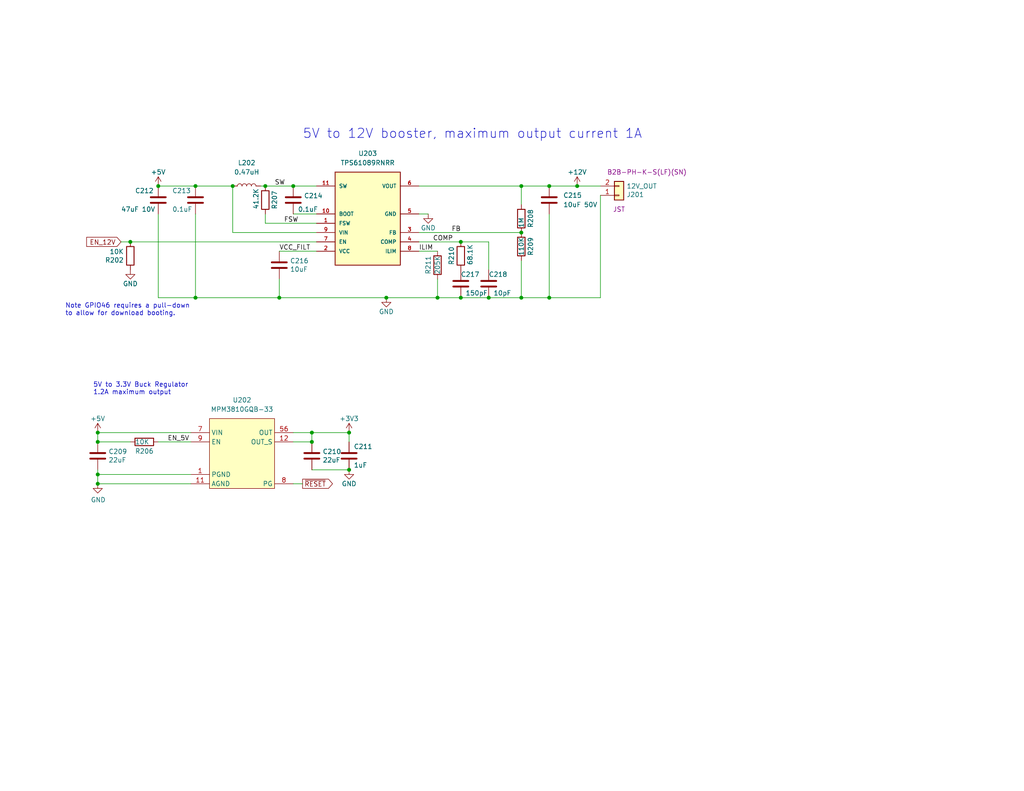
<source format=kicad_sch>
(kicad_sch (version 20211123) (generator eeschema)
  (paper "USLetter")
  (title_block (title "Wroom32 LED Controller") (date "2022-05-15") (rev "4.0.0") (company "Aaron Williams") (comment 1 "Copyright © 2020-2022 by Aaron Williams"))
  (lib_symbols
    (symbol "Aaron:TPS61089RNRR" (pin_names (offset 1.016))
      (property "Reference" "U" (at -8.89 13.97 0))
      (property "Value" "TPS61089RNRR" (at -7.62 11.43 0))
      (symbol "TPS61089RNRR_0_0"
        (rectangle (start -8.89 13.97) (end 8.89 -11.43) (stroke (width 0.254)) (fill (type background)))
        (pin input line (at -13.97 0 0) (length 5.08) (name "FSW") (number "1"))
        (pin output line (at -13.97 2.54 0) (length 5.08) (name "BOOT") (number "10"))
        (pin input line (at -13.97 10.16 0) (length 5.08) (name "SW") (number "11"))
        (pin output line (at -13.97 -7.62 0) (length 5.08) (name "VCC") (number "2"))
        (pin input line (at 13.97 -2.54 180) (length 5.08) (name "FB") (number "3"))
        (pin output line (at 13.97 -5.08 180) (length 5.08) (name "COMP") (number "4"))
        (pin power_in line (at 13.97 2.54 180) (length 5.08) (name "GND") (number "5"))
        (pin power_out line (at 13.97 10.16 180) (length 5.08) (name "VOUT") (number "6"))
        (pin input line (at -13.97 -5.08 0) (length 5.08) (name "EN") (number "7"))
        (pin output line (at 13.97 -7.62 180) (length 5.08) (name "ILIM") (number "8"))
        (pin power_in line (at -13.97 -2.54 0) (length 5.08) (name "VIN") (number "9"))
      )
    )
    (symbol "Connector_Generic:Conn_01x02" (pin_names (offset 1.016) hide)
      (property "Reference" "J" (at 0 2.54 0))
      (property "Value" "Conn_01x02" (at 0 -5.08 0))
      (symbol "Conn_01x02_1_1"
        (rectangle (start -1.27 -2.413) (end 0 -2.667) (stroke (width 0.1524)))
        (rectangle (start -1.27 0.127) (end 0 -0.127) (stroke (width 0.1524)))
        (rectangle (start -1.27 1.27) (end 1.27 -3.81) (stroke (width 0.254)) (fill (type background)))
        (pin passive line (at -5.08 0 0) (length 3.81) (name "Pin_1") (number "1"))
        (pin passive line (at -5.08 -2.54 0) (length 3.81) (name "Pin_2") (number "2"))
      )
    )
    (symbol "Device:C" (pin_numbers hide) (pin_names (offset 0.254))
      (property "Reference" "C" (at 0.635 2.54 0))
      (property "Value" "C" (at 0.635 -2.54 0))
      (symbol "C_0_1"
        (polyline (pts (xy -2.032 -0.762) (xy 2.032 -0.762)) (stroke (width 0.508)))
        (polyline (pts (xy -2.032 0.762) (xy 2.032 0.762)) (stroke (width 0.508)))
      )
      (symbol "C_1_1"
        (pin passive line (at 0 3.81 270) (length 2.794) (name "~") (number "1"))
        (pin passive line (at 0 -3.81 90) (length 2.794) (name "~") (number "2"))
      )
    )
    (symbol "Device:L" (pin_numbers hide) (pin_names (offset 1.016) hide)
      (property "Reference" "L" (at -1.27 0 90))
      (property "Value" "L" (at 1.905 0 90))
      (symbol "L_0_1"
        (arc (start 0 -2.54) (mid 0.635 -1.905) (end 0 -1.27))
        (arc (start 0 -1.27) (mid 0.635 -0.635) (end 0 0))
        (arc (start 0 0) (mid 0.635 0.635) (end 0 1.27))
        (arc (start 0 1.27) (mid 0.635 1.905) (end 0 2.54))
      )
      (symbol "L_1_1"
        (pin passive line (at 0 3.81 270) (length 1.27) (name "1") (number "1"))
        (pin passive line (at 0 -3.81 90) (length 1.27) (name "2") (number "2"))
      )
    )
    (symbol "Device:R" (pin_numbers hide) (pin_names (offset 0))
      (property "Reference" "R" (at 2.032 0 90))
      (property "Value" "R" (at 0 0 90))
      (symbol "R_0_1"
        (rectangle (start -1.016 -2.54) (end 1.016 2.54) (stroke (width 0.254)))
      )
      (symbol "R_1_1"
        (pin passive line (at 0 3.81 270) (length 1.27) (name "~") (number "1"))
        (pin passive line (at 0 -3.81 90) (length 1.27) (name "~") (number "2"))
      )
    )
    (symbol "Power_Management:MPM3810GQB-33"
      (property "Reference" "U" (at -5.08 10.16 0))
      (property "Value" "MPM3810GQB-33" (at 0 7.62 0))
      (symbol "MPM3810GQB-33_0_1"
        (rectangle (start -8.89 8.89) (end 8.89 -10.16) (fill (type background)))
      )
      (symbol "MPM3810GQB-33_1_1"
        (pin power_in line (at -13.97 -6.35 0) (length 5.08) (name "PGND") (number "1"))
        (pin no_connect line (at 13.97 -6.35 180) (length 5.08) hide (name "NC") (number "10"))
        (pin power_in line (at -13.97 -8.89 0) (length 5.08) (name "AGND") (number "11"))
        (pin input line (at 13.97 2.54 180) (length 5.08) (name "OUT_S") (number "12"))
        (pin passive line (at -13.97 -6.35 0) (length 5.08) hide (name "PGND") (number "2"))
        (pin no_connect line (at -13.97 0 0) (length 5.08) hide (name "NC") (number "34"))
        (pin power_out line (at 13.97 5.08 180) (length 5.08) (name "OUT") (number "56"))
        (pin power_in line (at -13.97 5.08 0) (length 5.08) (name "VIN") (number "7"))
        (pin open_collector line (at 13.97 -8.89 180) (length 5.08) (name "PG") (number "8"))
        (pin input line (at -13.97 2.54 0) (length 5.08) (name "EN") (number "9"))
      )
    )
    (symbol "power:+12V" (power) (pin_names (offset 0))
      (property "Value" "+12V" (at 0 3.556 0))
      (symbol "+12V_0_1"
        (polyline (pts (xy -0.762 1.27) (xy 0 2.54)))
        (polyline (pts (xy 0 0) (xy 0 2.54)))
        (polyline (pts (xy 0 2.54) (xy 0.762 1.27)))
      )
      (symbol "+12V_1_1"
        (pin power_in line (at 0 0 90) (length 0) hide (name "+12V") (number "1"))
      )
    )
    (symbol "power:+3.3V" (power) (pin_names (offset 0))
      (property "Value" "+3.3V" (at 0 3.556 0))
      (symbol "+3.3V_0_1"
        (polyline (pts (xy -0.762 1.27) (xy 0 2.54)))
        (polyline (pts (xy 0 0) (xy 0 2.54)))
        (polyline (pts (xy 0 2.54) (xy 0.762 1.27)))
      )
      (symbol "+3.3V_1_1"
        (pin power_in line (at 0 0 90) (length 0) hide (name "+3V3") (number "1"))
      )
    )
    (symbol "power:+5V" (power) (pin_names (offset 0))
      (property "Value" "+5V" (at 0 3.556 0))
      (symbol "+5V_0_1"
        (polyline (pts (xy -0.762 1.27) (xy 0 2.54)))
        (polyline (pts (xy 0 0) (xy 0 2.54)))
        (polyline (pts (xy 0 2.54) (xy 0.762 1.27)))
      )
      (symbol "+5V_1_1"
        (pin power_in line (at 0 0 90) (length 0) hide (name "+5V") (number "1"))
      )
    )
    (symbol "power:GND" (power) (pin_names (offset 0))
      (property "Value" "GND" (at 0 -3.81 0))
      (symbol "GND_0_1"
        (polyline (pts (xy 0 0) (xy 0 -1.27) (xy 1.27 -1.27) (xy 0 -2.54) (xy -1.27 -1.27) (xy 0 -1.27)))
      )
      (symbol "GND_1_1"
        (pin power_in line (at 0 0 270) (length 0) hide (name "GND") (number "1"))
      )
    )
  )
  (junction (at 149.86 50.8))
  (junction (at 26.67 120.65))
  (junction (at 133.35 81.28))
  (junction (at 125.73 66.04))
  (junction (at 63.5 50.8))
  (junction (at 85.09 118.11))
  (junction (at 76.2 81.28))
  (junction (at 85.09 120.65))
  (junction (at 53.34 50.8))
  (junction (at 72.39 50.8))
  (junction (at 95.25 128.27))
  (junction (at 142.24 63.5))
  (junction (at 149.86 81.28))
  (junction (at 43.18 50.8))
  (junction (at 53.34 81.28))
  (junction (at 26.67 129.54))
  (junction (at 35.56 66.04))
  (junction (at 26.67 132.08))
  (junction (at 80.01 50.8))
  (junction (at 142.24 50.8))
  (junction (at 125.73 81.28))
  (junction (at 95.25 118.11))
  (junction (at 119.38 81.28))
  (junction (at 26.67 118.11))
  (junction (at 142.24 81.28))
  (junction (at 157.48 50.8))
  (junction (at 105.41 81.28))
  (wire (pts (xy 114.3 66.04) (xy 125.73 66.04)))
  (wire (pts (xy 142.24 50.8) (xy 149.86 50.8)))
  (wire (pts (xy 63.5 63.5) (xy 86.36 63.5)))
  (wire (pts (xy 85.09 118.11) (xy 95.25 118.11)))
  (wire (pts (xy 26.67 118.11) (xy 52.07 118.11)))
  (wire (pts (xy 26.67 132.08) (xy 52.07 132.08)))
  (wire (pts (xy 133.35 81.28) (xy 125.73 81.28)))
  (wire (pts (xy 86.36 60.96) (xy 72.39 60.96)))
  (wire (pts (xy 149.86 81.28) (xy 149.86 58.42)))
  (wire (pts (xy 125.73 66.04) (xy 133.35 66.04)))
  (wire (pts (xy 80.01 132.08) (xy 82.55 132.08)))
  (wire (pts (xy 80.01 118.11) (xy 85.09 118.11)))
  (wire (pts (xy 26.67 129.54) (xy 52.07 129.54)))
  (wire (pts (xy 76.2 81.28) (xy 105.41 81.28)))
  (wire (pts (xy 72.39 60.96) (xy 72.39 58.42)))
  (wire (pts (xy 72.39 50.8) (xy 80.01 50.8)))
  (wire (pts (xy 133.35 66.04) (xy 133.35 73.66)))
  (wire (pts (xy 114.3 63.5) (xy 142.24 63.5)))
  (wire (pts (xy 105.41 81.28) (xy 119.38 81.28)))
  (wire (pts (xy 53.34 50.8) (xy 63.5 50.8)))
  (wire (pts (xy 26.67 129.54) (xy 26.67 128.27)))
  (wire (pts (xy 163.83 81.28) (xy 149.86 81.28)))
  (wire (pts (xy 114.3 58.42) (xy 116.84 58.42)))
  (wire (pts (xy 149.86 50.8) (xy 157.48 50.8)))
  (wire (pts (xy 142.24 81.28) (xy 133.35 81.28)))
  (wire (pts (xy 63.5 50.8) (xy 63.5 63.5)))
  (wire (pts (xy 119.38 76.2) (xy 119.38 81.28)))
  (wire (pts (xy 43.18 120.65) (xy 52.07 120.65)))
  (wire (pts (xy 114.3 50.8) (xy 142.24 50.8)))
  (wire (pts (xy 43.18 58.42) (xy 43.18 81.28)))
  (wire (pts (xy 43.18 50.8) (xy 53.34 50.8)))
  (wire (pts (xy 80.01 50.8) (xy 86.36 50.8)))
  (wire (pts (xy 53.34 81.28) (xy 76.2 81.28)))
  (wire (pts (xy 119.38 81.28) (xy 125.73 81.28)))
  (wire (pts (xy 80.01 58.42) (xy 86.36 58.42)))
  (wire (pts (xy 76.2 76.2) (xy 76.2 81.28)))
  (wire (pts (xy 71.12 50.8) (xy 72.39 50.8)))
  (wire (pts (xy 157.48 50.8) (xy 163.83 50.8)))
  (wire (pts (xy 43.18 81.28) (xy 53.34 81.28)))
  (wire (pts (xy 95.25 118.11) (xy 95.25 120.65)))
  (wire (pts (xy 142.24 50.8) (xy 142.24 55.88)))
  (wire (pts (xy 26.67 132.08) (xy 26.67 129.54)))
  (wire (pts (xy 33.02 66.04) (xy 35.56 66.04)))
  (wire (pts (xy 80.01 120.65) (xy 85.09 120.65)))
  (wire (pts (xy 86.36 68.58) (xy 76.2 68.58)))
  (wire (pts (xy 53.34 58.42) (xy 53.34 81.28)))
  (wire (pts (xy 114.3 68.58) (xy 119.38 68.58)))
  (wire (pts (xy 95.25 128.27) (xy 85.09 128.27)))
  (wire (pts (xy 163.83 53.34) (xy 163.83 81.28)))
  (wire (pts (xy 85.09 118.11) (xy 85.09 120.65)))
  (wire (pts (xy 35.56 120.65) (xy 26.67 120.65)))
  (wire (pts (xy 35.56 66.04) (xy 86.36 66.04)))
  (wire (pts (xy 26.67 118.11) (xy 26.67 120.65)))
  (wire (pts (xy 142.24 81.28) (xy 149.86 81.28)))
  (wire (pts (xy 142.24 71.12) (xy 142.24 81.28)))
  (text "Note GPIO46 requires a pull-down\nto allow for download booting." (at 17.78 86.36 0) (effects (font (size 1.27 1.27)) (justify left bottom)))
  (text "5V to 3.3V Buck Regulator\n1.2A maximum output" (at 25.4 107.95 0) (effects (font (size 1.27 1.27)) (justify left bottom)))
  (text "5V to 12V booster, maximum output current 1A" (at 82.55 38.1 0) (effects (font (size 2.54 2.54)) (justify left bottom)))
  (label "FSW" (at 77.47 60.96 0))
  (label "EN_5V" (at 45.72 120.65 0))
  (label "SW" (at 74.93 50.8 0))
  (label "VCC_FILT" (at 76.2 68.58 0))
  (label "ILIM" (at 114.3 68.58 0))
  (label "COMP" (at 118.11 66.04 0))
  (label "FB" (at 123.19 63.5 0))
  (global_label "EN_12V" (shape input) (at 33.02 66.04 180) (property "Intersheet References" "${INTERSHEET_REFS}" (effects hide)))
  (global_label "~{RESET}" (shape output) (at 82.55 132.08 0) (property "Intersheet References" "${INTERSHEET_REFS}" (effects hide)))
  (symbol (lib_id "Connector_Generic:Conn_01x02") (at 168.91 53.34 0) (mirror x) (unit 1)
    (property "Reference" "J201" (at 170.942 53.1368 0) (effects (justify left)))
    (property "Value" "12V_OUT" (at 170.942 50.8254 0) (effects (justify left)))
    (property "Footprint" "Connector_JST:JST_PH_B2B-PH-K_1x02_P2.00mm_Vertical" (effects hide))
    (property "MFR" "JST" (at 168.91 57.15 0))
    (property "MPN" "B2B-PH-K-S(LF)(SN)" (at 176.53 46.99 0))
    (property "SPN" "455-1704-ND" (effects hide))
    (property "SPR" "Digikey" (effects hide))
    (property "SPURL" "https://www.digikey.com/product-detail/en/jst-sales-america-inc/B2B-PH-K-S-LF-SN/455-1704-ND/926611" (effects hide))
    (property "DESC" "CONN HEADER VERT 2POS 2MM" (effects hide))
  )
  (symbol (lib_id "Device:R") (at 125.73 69.85 0) (unit 1)
    (property "Reference" "R210" (at 123.19 72.39 90) (effects (justify left)))
    (property "Value" "68.1K" (at 128.27 72.39 90) (effects (justify left)))
    (property "Footprint" "Resistor_SMD:R_0402_1005Metric" (effects hide))
    (property "SPR" "Digikey" (effects hide))
    (property "SPN" "541-2979-1-ND" (effects hide))
    (property "SPURL" "https://www.digikey.com/products/en?keywords=541-2979-1-ND" (effects hide))
  )
  (symbol (lib_id "Device:C") (at 76.2 72.39 0) (unit 1)
    (property "Reference" "C216" (at 79.121 71.2216 0) (effects (justify left)))
    (property "Value" "10uF" (at 79.121 73.533 0) (effects (justify left)))
    (property "Footprint" "Capacitor_SMD:C_0402_1005Metric" (effects hide))
    (property "DESC" "10 µF ±20% 10V Ceramic Capacitor X5R 0402 (1005 Metric)" (effects hide))
    (property "DK_Datasheet_Link" "https://media.digikey.com/pdf/Data%20Sheets/Samsung%20PDFs/CL05A106MP5NUNC_Spec.pdf" (effects hide))
    (property "DK_Detail_Page" "https://www.digikey.com/en/products/detail/samsung-electro-mechanics/CL05A106MP5NUNC/3887108" (effects hide))
    (property "Digi-Key_PN" "1276-1450-1-ND" (effects hide))
    (property "MANUFACTURER" "Samsung Electro-Mechanics" (effects hide))
    (property "MFR" "Samsung Electro-Mechanics" (effects hide))
    (property "Manufacturer" "Samsung Electro-Mechanics" (effects hide))
  )
  (symbol (lib_id "Device:L") (at 67.31 50.8 90) (unit 1)
    (property "Reference" "L202" (at 67.31 44.45 90))
    (property "Value" "0.47uH" (at 67.31 46.99 90))
    (property "Footprint" "Inductor_SMD:L_Bourns_SRP3212" (effects hide))
  )
  (symbol (lib_id "Device:C") (at 85.09 124.46 0) (unit 1)
    (property "Reference" "C210" (at 88.011 123.2916 0) (effects (justify left)))
    (property "Value" "22uF" (at 88.011 125.603 0) (effects (justify left)))
    (property "Footprint" "Capacitor_SMD:C_0603_1608Metric" (effects hide))
    (property "MFR" "Samsung Electro-Mechanics" (effects hide))
    (property "MPN" "CL10A226MO7JZNC" (effects hide))
    (property "SPR" "Digikey" (effects hide))
    (property "SPN" "1276-7076-1-ND" (effects hide))
    (property "SPURL" "https://www.digikey.com/products/en/capacitors/ceramic-capacitors/60?k=&pkeyword=&sv=0&pv2049=u22%C2%B5F&sf=1&FV=7%7C2%2C14%7C108742%2C17%7C422407%2C17%7C422415%2C1989%7C0%2C-8%7C60%2C16%7C39246%2C69%7C409416&quantity=&ColumnSort=0&page=1&stock=1&nstock=1&pageSize=500" (effects hide))
    (property "DESC" "CAP CER 22UF 16V X5R 0603" (effects hide))
  )
  (symbol (lib_id "Aaron:TPS61089RNRR") (at 100.33 60.96 0) (unit 1)
    (property "Reference" "U203" (at 100.33 41.91 0))
    (property "Value" "TPS61089RNRR" (at 100.33 44.45 0))
    (property "Footprint" "Package_DFN_QFN:Texas_S_VQFN-11_2.0x2.5mm_P0.5mm_Thermal" (effects hide))
    (property "Datasheet" "https://www.ti.com/lit/ds/symlink/tps61089.pdf" (effects hide))
    (property "PARTREV" "B" (effects hide))
    (property "MANUFACTURER" "Texas Instruments" (effects hide))
    (property "MAXIMUM_PACKAGE_HEIGHT" "1 mm" (effects hide))
    (property "STANDARD" "Manufacturer Recommendations" (effects hide))
  )
  (symbol (lib_id "power:GND") (at 105.41 81.28 0) (unit 1)
    (property "Reference" "#PWR0154" (effects hide))
    (property "Value" "GND" (at 105.41 85.09 0))
  )
  (symbol (lib_id "power:+5V") (at 26.67 118.11 0) (unit 1)
    (property "Reference" "#PWR0206" (effects hide))
    (property "Value" "+5V" (at 26.67 114.3 0))
  )
  (symbol (lib_id "power:+5V") (at 43.18 50.8 0) (unit 1)
    (property "Reference" "#PWR0152" (effects hide))
    (property "Value" "+5V" (at 43.18 46.99 0))
  )
  (symbol (lib_id "Device:C") (at 149.86 54.61 0) (unit 1)
    (property "Reference" "C215" (at 153.67 53.3399 0) (effects (justify left)))
    (property "Value" "10uF 50V" (at 153.67 55.8799 0) (effects (justify left)))
    (property "Footprint" "Capacitor_SMD:C_0805_2012Metric" (effects hide))
  )
  (symbol (lib_id "Device:C") (at 26.67 124.46 0) (unit 1)
    (property "Reference" "C209" (at 29.591 123.2916 0) (effects (justify left)))
    (property "Value" "22uF" (at 29.591 125.603 0) (effects (justify left)))
    (property "Footprint" "Capacitor_SMD:C_0603_1608Metric" (effects hide))
    (property "MFR" "Samsung Electro-Mechanics" (effects hide))
    (property "MPN" "CL10A226MO7JZNC" (effects hide))
    (property "SPR" "Digikey" (effects hide))
    (property "SPN" "1276-7076-1-ND" (effects hide))
    (property "SPURL" "https://www.digikey.com/products/en/capacitors/ceramic-capacitors/60?k=&pkeyword=&sv=0&pv2049=u22%C2%B5F&sf=1&FV=7%7C2%2C14%7C108742%2C17%7C422407%2C17%7C422415%2C1989%7C0%2C-8%7C60%2C16%7C39246%2C69%7C409416&quantity=&ColumnSort=0&page=1&stock=1&nstock=1&pageSize=500" (effects hide))
    (property "DESC" "CAP CER 22UF 16V X5R 0603" (effects hide))
  )
  (symbol (lib_id "Device:C") (at 53.34 54.61 0) (unit 1)
    (property "Reference" "C213" (at 46.99 52.07 0) (effects (justify left)))
    (property "Value" "0.1uF" (at 46.99 57.15 0) (effects (justify left)))
    (property "Footprint" "Capacitor_SMD:C_0402_1005Metric" (effects hide))
    (property "SPR" "Digikey" (effects hide))
  )
  (symbol (lib_id "power:GND") (at 26.67 132.08 0) (unit 1)
    (property "Reference" "#PWR0209" (effects hide))
    (property "Value" "GND" (at 26.797 136.4742 0))
  )
  (symbol (lib_id "Device:C") (at 125.73 77.47 0) (unit 1)
    (property "Reference" "C217" (at 125.73 74.93 0) (effects (justify left)))
    (property "Value" "150pF" (at 127 80.01 0) (effects (justify left)))
    (property "Footprint" "Capacitor_SMD:C_0402_1005Metric" (effects hide))
    (property "SPR" "Digikey" (effects hide))
  )
  (symbol (lib_id "Device:C") (at 95.25 124.46 0) (unit 1)
    (property "Reference" "C211" (at 96.52 121.92 0) (effects (justify left)))
    (property "Value" "1uF" (at 96.52 127 0) (effects (justify left)))
    (property "Footprint" "Capacitor_SMD:C_0402_1005Metric" (effects hide))
    (property "SPR" "Digikey" (effects hide))
  )
  (symbol (lib_id "Device:C") (at 133.35 77.47 0) (unit 1)
    (property "Reference" "C218" (at 133.35 74.93 0) (effects (justify left)))
    (property "Value" "10pF" (at 134.62 80.01 0) (effects (justify left)))
    (property "Footprint" "Capacitor_SMD:C_0402_1005Metric" (effects hide))
    (property "SPR" "Digikey" (effects hide))
  )
  (symbol (lib_id "Device:R") (at 72.39 54.61 0) (unit 1)
    (property "Reference" "R207" (at 74.93 57.15 90) (effects (justify left)))
    (property "Value" "41.2K" (at 69.85 57.15 90) (effects (justify left)))
    (property "Footprint" "Resistor_SMD:R_0402_1005Metric" (effects hide))
    (property "SPR" "Digikey" (effects hide))
    (property "SPN" "541-2979-1-ND" (effects hide))
    (property "SPURL" "https://www.digikey.com/products/en?keywords=541-2979-1-ND" (effects hide))
  )
  (symbol (lib_id "power:GND") (at 35.56 73.66 0) (unit 1)
    (property "Reference" "#PWR0203" (effects hide))
    (property "Value" "GND" (at 35.56 77.47 0))
  )
  (symbol (lib_id "Device:C") (at 80.01 54.61 0) (unit 1)
    (property "Reference" "C214" (at 82.931 53.4416 0) (effects (justify left)))
    (property "Value" "0.1uF" (at 81.28 57.15 0) (effects (justify left)))
    (property "Footprint" "Capacitor_SMD:C_0402_1005Metric" (effects hide))
    (property "SPR" "Digikey" (effects hide))
  )
  (symbol (lib_id "power:GND") (at 95.25 128.27 0) (unit 1)
    (property "Reference" "#PWR0208" (effects hide))
    (property "Value" "GND" (at 95.25 132.08 0))
  )
  (symbol (lib_id "Device:R") (at 35.56 69.85 180) (unit 1)
    (property "Reference" "R202" (at 33.782 71.0184 0) (effects (justify left)))
    (property "Value" "10K" (at 33.782 68.707 0) (effects (justify left)))
    (property "Footprint" "Resistor_SMD:R_0402_1005Metric" (effects hide))
    (property "SPR" "Digikey" (effects hide))
    (property "SPN" "541-2979-1-ND" (effects hide))
    (property "SPURL" "https://www.digikey.com/products/en?keywords=541-2979-1-ND" (effects hide))
  )
  (symbol (lib_id "Device:R") (at 39.37 120.65 270) (unit 1)
    (property "Reference" "R206" (at 36.83 123.19 90) (effects (justify left)))
    (property "Value" "10K" (at 36.83 120.65 90) (effects (justify left)))
    (property "Footprint" "Resistor_SMD:R_0402_1005Metric" (effects hide))
    (property "SPR" "Digikey" (effects hide))
    (property "SPN" "541-2979-1-ND" (effects hide))
    (property "SPURL" "https://www.digikey.com/products/en?keywords=541-2979-1-ND" (effects hide))
  )
  (symbol (lib_id "Device:R") (at 142.24 59.69 0) (unit 1)
    (property "Reference" "R208" (at 144.78 62.23 90) (effects (justify left)))
    (property "Value" "1M" (at 142.24 62.23 90) (effects (justify left)))
    (property "Footprint" "Resistor_SMD:R_0402_1005Metric" (effects hide))
    (property "SPR" "Digikey" (effects hide))
    (property "SPN" "541-2979-1-ND" (effects hide))
    (property "SPURL" "https://www.digikey.com/products/en?keywords=541-2979-1-ND" (effects hide))
  )
  (symbol (lib_id "power:+3.3V") (at 95.25 118.11 0) (unit 1)
    (property "Reference" "#PWR0207" (effects hide))
    (property "Value" "+3.3V" (at 95.25 114.3 0))
  )
  (symbol (lib_id "Power_Management:MPM3810GQB-33") (at 66.04 123.19 0) (unit 1)
    (property "Reference" "U202" (at 66.04 109.22 0))
    (property "Value" "MPM3810GQB-33" (at 66.04 111.76 0))
    (property "Footprint" "Package_DFN_QFN:Monolithic_QFN-12-2.5x3.0mm_P0.4mm" (effects hide))
    (property "Datasheet" "https://www.monolithicpower.com/en/documentview/productdocument/index/version/2/document_type/Datasheet/lang/en/sku/MPM3810GQB/document_id/2083" (effects hide))
  )
  (symbol (lib_id "power:GND") (at 116.84 58.42 0) (unit 1)
    (property "Reference" "#PWR0153" (effects hide))
    (property "Value" "GND" (at 116.84 62.23 0))
  )
  (symbol (lib_id "power:+12V") (at 157.48 50.8 0) (unit 1)
    (property "Reference" "#PWR0155" (effects hide))
    (property "Value" "+12V" (at 157.48 46.99 0))
  )
  (symbol (lib_id "Device:C") (at 43.18 54.61 0) (unit 1)
    (property "Reference" "C212" (at 36.83 52.07 0) (effects (justify left)))
    (property "Value" "47uF 10V" (at 33.02 57.15 0) (effects (justify left)))
    (property "Footprint" "Capacitor_SMD:C_0805_2012Metric" (effects hide))
    (property "MFR" "Murata Electronics" (effects hide))
    (property "MPN" "GRM21BR61A476ME15L" (effects hide))
    (property "DESC" "CAP CER 47UF 10V X5R 0805" (effects hide))
  )
  (symbol (lib_id "Device:R") (at 119.38 72.39 0) (unit 1)
    (property "Reference" "R211" (at 116.84 74.93 90) (effects (justify left)))
    (property "Value" "205K" (at 119.38 74.93 90) (effects (justify left)))
    (property "Footprint" "Resistor_SMD:R_0402_1005Metric" (effects hide))
    (property "SPR" "Digikey" (effects hide))
    (property "SPN" "541-2979-1-ND" (effects hide))
    (property "SPURL" "https://www.digikey.com/products/en?keywords=541-2979-1-ND" (effects hide))
  )
  (symbol (lib_id "Device:R") (at 142.24 67.31 0) (unit 1)
    (property "Reference" "R209" (at 144.78 69.85 90) (effects (justify left)))
    (property "Value" "110K" (at 142.24 69.85 90) (effects (justify left)))
    (property "Footprint" "Resistor_SMD:R_0402_1005Metric" (effects hide))
    (property "MFR" "YAGEO" (effects hide))
    (property "MPN" "RC0402FR-07100KL" (effects hide))
    (property "SPR" "Digikey" (effects hide))
    (property "SPN" "311-100KLRCT-ND" (effects hide))
    (property "DESC" "100 kOhms ±1% 0.063W, 1/16W Chip Resistor 0402 (1005 Metric) Moisture Resistant Thick Film" (effects hide))
  )
)
</source>
